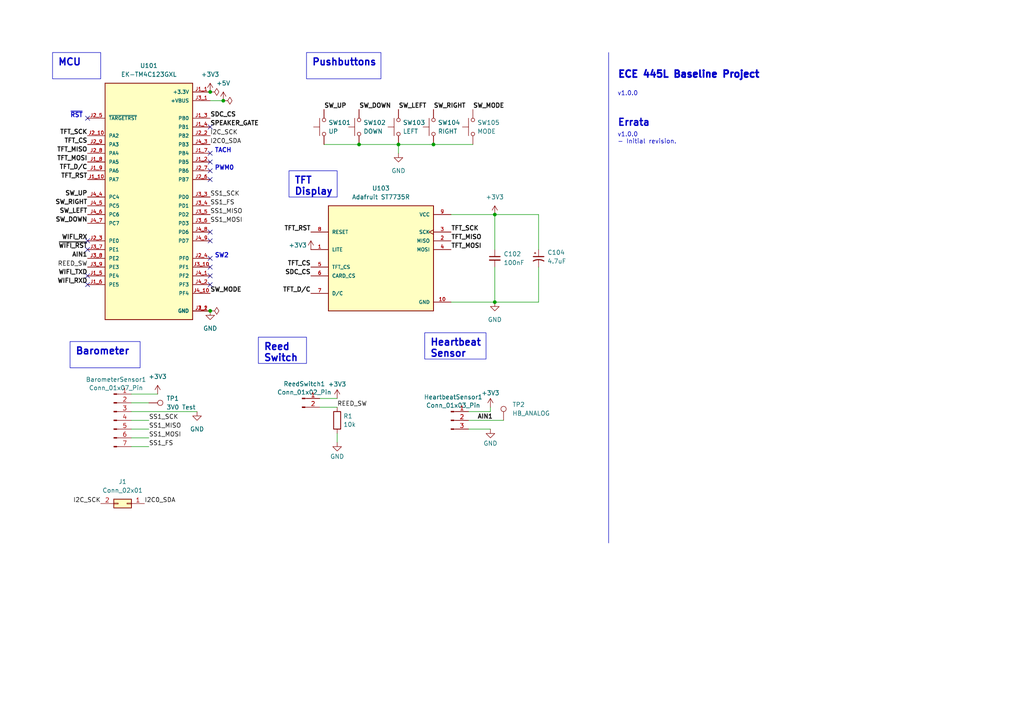
<source format=kicad_sch>
(kicad_sch (version 20230121) (generator eeschema)
  (paper "A4")
  (title_block (title "ECE 445L Baseline Project") (date "2023-08-25") (rev "v1.0.0") (company "The University of Texas at Austin"))
  (lib_symbols
    (symbol "Connector:Conn_01x02_Pin" (pin_names (offset 1.016) hide)
      (property "Reference" "J" (at 0 2.54 0))
      (property "Value" "Conn_01x02_Pin" (at 0 -5.08 0))
      (symbol "Conn_01x02_Pin_1_1"
        (polyline (pts (xy 1.27 -2.54) (xy 0.8636 -2.54)) (stroke (width 0.1524)))
        (polyline (pts (xy 1.27 0) (xy 0.8636 0)) (stroke (width 0.1524)))
        (rectangle (start 0.8636 -2.413) (end 0 -2.667) (stroke (width 0.1524)) (fill (type outline)))
        (rectangle (start 0.8636 0.127) (end 0 -0.127) (stroke (width 0.1524)) (fill (type outline)))
        (pin passive line (at 5.08 0 180) (length 3.81) (name "Pin_1") (number "1"))
        (pin passive line (at 5.08 -2.54 180) (length 3.81) (name "Pin_2") (number "2"))
      )
    )
    (symbol "Connector:Conn_01x03_Pin" (pin_names (offset 1.016) hide)
      (property "Reference" "J" (at 0 5.08 0))
      (property "Value" "Conn_01x03_Pin" (at 0 -5.08 0))
      (symbol "Conn_01x03_Pin_1_1"
        (polyline (pts (xy 1.27 -2.54) (xy 0.8636 -2.54)) (stroke (width 0.1524)))
        (polyline (pts (xy 1.27 0) (xy 0.8636 0)) (stroke (width 0.1524)))
        (polyline (pts (xy 1.27 2.54) (xy 0.8636 2.54)) (stroke (width 0.1524)))
        (rectangle (start 0.8636 -2.413) (end 0 -2.667) (stroke (width 0.1524)) (fill (type outline)))
        (rectangle (start 0.8636 0.127) (end 0 -0.127) (stroke (width 0.1524)) (fill (type outline)))
        (rectangle (start 0.8636 2.667) (end 0 2.413) (stroke (width 0.1524)) (fill (type outline)))
        (pin passive line (at 5.08 2.54 180) (length 3.81) (name "Pin_1") (number "1"))
        (pin passive line (at 5.08 0 180) (length 3.81) (name "Pin_2") (number "2"))
        (pin passive line (at 5.08 -2.54 180) (length 3.81) (name "Pin_3") (number "3"))
      )
    )
    (symbol "Connector:Conn_01x07_Pin" (pin_names (offset 1.016) hide)
      (property "Reference" "J" (at 0 10.16 0))
      (property "Value" "Conn_01x07_Pin" (at 0 -10.16 0))
      (symbol "Conn_01x07_Pin_1_1"
        (polyline (pts (xy 1.27 -7.62) (xy 0.8636 -7.62)) (stroke (width 0.1524)))
        (polyline (pts (xy 1.27 -5.08) (xy 0.8636 -5.08)) (stroke (width 0.1524)))
        (polyline (pts (xy 1.27 -2.54) (xy 0.8636 -2.54)) (stroke (width 0.1524)))
        (polyline (pts (xy 1.27 0) (xy 0.8636 0)) (stroke (width 0.1524)))
        (polyline (pts (xy 1.27 2.54) (xy 0.8636 2.54)) (stroke (width 0.1524)))
        (polyline (pts (xy 1.27 5.08) (xy 0.8636 5.08)) (stroke (width 0.1524)))
        (polyline (pts (xy 1.27 7.62) (xy 0.8636 7.62)) (stroke (width 0.1524)))
        (rectangle (start 0.8636 -7.493) (end 0 -7.747) (stroke (width 0.1524)) (fill (type outline)))
        (rectangle (start 0.8636 -4.953) (end 0 -5.207) (stroke (width 0.1524)) (fill (type outline)))
        (rectangle (start 0.8636 -2.413) (end 0 -2.667) (stroke (width 0.1524)) (fill (type outline)))
        (rectangle (start 0.8636 0.127) (end 0 -0.127) (stroke (width 0.1524)) (fill (type outline)))
        (rectangle (start 0.8636 2.667) (end 0 2.413) (stroke (width 0.1524)) (fill (type outline)))
        (rectangle (start 0.8636 5.207) (end 0 4.953) (stroke (width 0.1524)) (fill (type outline)))
        (rectangle (start 0.8636 7.747) (end 0 7.493) (stroke (width 0.1524)) (fill (type outline)))
        (pin passive line (at 5.08 7.62 180) (length 3.81) (name "Pin_1") (number "1"))
        (pin passive line (at 5.08 5.08 180) (length 3.81) (name "Pin_2") (number "2"))
        (pin passive line (at 5.08 2.54 180) (length 3.81) (name "Pin_3") (number "3"))
        (pin passive line (at 5.08 0 180) (length 3.81) (name "Pin_4") (number "4"))
        (pin passive line (at 5.08 -2.54 180) (length 3.81) (name "Pin_5") (number "5"))
        (pin passive line (at 5.08 -5.08 180) (length 3.81) (name "Pin_6") (number "6"))
        (pin passive line (at 5.08 -7.62 180) (length 3.81) (name "Pin_7") (number "7"))
      )
    )
    (symbol "Connector:TestPoint" (pin_numbers hide) (pin_names (offset 0.762) hide)
      (property "Reference" "TP" (at 0 6.858 0))
      (property "Value" "TestPoint" (at 0 5.08 0))
      (symbol "TestPoint_0_1"
        (circle (center 0 3.302) (radius 0.762))
      )
      (symbol "TestPoint_1_1"
        (pin passive line (at 0 0 90) (length 2.54) (name "1") (number "1"))
      )
    )
    (symbol "Connector_Generic:Conn_02x01" (pin_names (offset 1.016) hide)
      (property "Reference" "J" (at 1.27 2.54 0))
      (property "Value" "Conn_02x01" (at 1.27 -2.54 0))
      (symbol "Conn_02x01_1_1"
        (rectangle (start -1.27 0.127) (end 0 -0.127) (stroke (width 0.1524)))
        (rectangle (start -1.27 1.27) (end 3.81 -1.27) (stroke (width 0.254)) (fill (type background)))
        (rectangle (start 3.81 0.127) (end 2.54 -0.127) (stroke (width 0.1524)))
        (pin passive line (at -5.08 0 0) (length 3.81) (name "Pin_1") (number "1"))
        (pin passive line (at 7.62 0 180) (length 3.81) (name "Pin_2") (number "2"))
      )
    )
    (symbol "Device:C_Polarized_Small_US" (pin_numbers hide) (pin_names (offset 0.254) hide)
      (property "Reference" "C" (at 0.254 1.778 0))
      (property "Value" "C_Polarized_Small_US" (at 0.254 -2.032 0))
      (symbol "C_Polarized_Small_US_0_1"
        (polyline (pts (xy -1.524 0.508) (xy 1.524 0.508)) (stroke (width 0.3048)))
        (polyline (pts (xy -1.27 1.524) (xy -0.762 1.524)))
        (polyline (pts (xy -1.016 1.27) (xy -1.016 1.778)))
        (arc (start 1.524 -0.762) (mid 0 -0.3734) (end -1.524 -0.762) (stroke (width 0.3048)))
      )
      (symbol "C_Polarized_Small_US_1_1"
        (pin passive line (at 0 2.54 270) (length 2.032) (name "~") (number "1"))
        (pin passive line (at 0 -2.54 90) (length 2.032) (name "~") (number "2"))
      )
    )
    (symbol "Device:C_Small" (pin_numbers hide) (pin_names (offset 0.254) hide)
      (property "Reference" "C" (at 0.254 1.778 0))
      (property "Value" "C_Small" (at 0.254 -2.032 0))
      (symbol "C_Small_0_1"
        (polyline (pts (xy -1.524 -0.508) (xy 1.524 -0.508)) (stroke (width 0.3302)))
        (polyline (pts (xy -1.524 0.508) (xy 1.524 0.508)) (stroke (width 0.3048)))
      )
      (symbol "C_Small_1_1"
        (pin passive line (at 0 2.54 270) (length 2.032) (name "~") (number "1"))
        (pin passive line (at 0 -2.54 90) (length 2.032) (name "~") (number "2"))
      )
    )
    (symbol "Device:R" (pin_numbers hide) (pin_names (offset 0))
      (property "Reference" "R" (at 2.032 0 90))
      (property "Value" "R" (at 0 0 90))
      (symbol "R_0_1"
        (rectangle (start -1.016 -2.54) (end 1.016 2.54) (stroke (width 0.254)))
      )
      (symbol "R_1_1"
        (pin passive line (at 0 3.81 270) (length 1.27) (name "~") (number "1"))
        (pin passive line (at 0 -3.81 90) (length 1.27) (name "~") (number "2"))
      )
    )
    (symbol "Switch:SW_Push" (pin_numbers hide) (pin_names (offset 1.016) hide)
      (property "Reference" "SW" (at 1.27 2.54 0))
      (property "Value" "SW_Push" (at 0 -1.524 0))
      (symbol "SW_Push_0_1"
        (circle (center -2.032 0) (radius 0.508))
        (polyline (pts (xy 0 1.27) (xy 0 3.048)))
        (polyline (pts (xy 2.54 1.27) (xy -2.54 1.27)))
        (circle (center 2.032 0) (radius 0.508))
        (pin passive line (at -5.08 0 0) (length 2.54) (name "1") (number "1"))
        (pin passive line (at 5.08 0 180) (length 2.54) (name "2") (number "2"))
      )
    )
    (symbol "adafruit_st7735r:Adafruit ST7735R" (pin_names (offset 1.016))
      (property "Reference" "U?" (at -15.24 16.002 0))
      (property "Value" "Adafruit ST7735R" (at -15.24 -17.78 0))
      (symbol "Adafruit ST7735R_0_0"
        (rectangle (start -15.24 -15.24) (end 15.24 15.24) (stroke (width 0.254)) (fill (type background)))
        (pin input line (at -20.32 2.54 0) (length 5.08) (name "LITE") (number "1"))
        (pin power_in line (at 20.32 -12.7 180) (length 5.08) (name "GND") (number "10"))
        (pin output line (at 20.32 5.08 180) (length 5.08) (name "MISO") (number "2"))
        (pin input clock (at 20.32 7.62 180) (length 5.08) (name "SCK") (number "3"))
        (pin input line (at 20.32 2.54 180) (length 5.08) (name "MOSI") (number "4"))
        (pin input line (at -20.32 -2.54 0) (length 5.08) (name "TFT_CS") (number "5"))
        (pin input line (at -20.32 -5.08 0) (length 5.08) (name "CARD_CS") (number "6"))
        (pin input line (at -20.32 -10.16 0) (length 5.08) (name "D/C") (number "7"))
        (pin input line (at -20.32 7.62 0) (length 5.08) (name "RESET") (number "8"))
        (pin power_in line (at 20.32 12.7 180) (length 5.08) (name "VCC") (number "9"))
      )
    )
    (symbol "power:+3V3" (power) (pin_names (offset 0))
      (property "Value" "+3V3" (at 0 3.556 0))
      (symbol "+3V3_0_1"
        (polyline (pts (xy -0.762 1.27) (xy 0 2.54)))
        (polyline (pts (xy 0 0) (xy 0 2.54)))
        (polyline (pts (xy 0 2.54) (xy 0.762 1.27)))
      )
      (symbol "+3V3_1_1"
        (pin power_in line (at 0 0 90) (length 0) hide (name "+3V3") (number "1"))
      )
    )
    (symbol "power:+5V" (power) (pin_names (offset 0))
      (property "Value" "+5V" (at 0 3.556 0))
      (symbol "+5V_0_1"
        (polyline (pts (xy -0.762 1.27) (xy 0 2.54)))
        (polyline (pts (xy 0 0) (xy 0 2.54)))
        (polyline (pts (xy 0 2.54) (xy 0.762 1.27)))
      )
      (symbol "+5V_1_1"
        (pin power_in line (at 0 0 90) (length 0) hide (name "+5V") (number "1"))
      )
    )
    (symbol "power:GND" (power) (pin_names (offset 0))
      (property "Value" "GND" (at 0 -3.81 0))
      (symbol "GND_0_1"
        (polyline (pts (xy 0 0) (xy 0 -1.27) (xy 1.27 -1.27) (xy 0 -2.54) (xy -1.27 -1.27) (xy 0 -1.27)))
      )
      (symbol "GND_1_1"
        (pin power_in line (at 0 0 270) (length 0) hide (name "GND") (number "1"))
      )
    )
    (symbol "power:PWR_FLAG" (power) (pin_numbers hide) (pin_names (offset 0) hide)
      (property "Value" "PWR_FLAG" (at 0 3.81 0))
      (symbol "PWR_FLAG_0_0"
        (pin power_out line (at 0 0 90) (length 0) (name "pwr") (number "1"))
      )
      (symbol "PWR_FLAG_0_1"
        (polyline (pts (xy 0 0) (xy 0 1.27) (xy -1.016 1.905) (xy 0 2.54) (xy 1.016 1.905) (xy 0 1.27)))
      )
    )
    (symbol "ti_EKTM4C123GXL:EK-TM4C123GXL" (pin_names (offset 1.016))
      (property "Reference" "U?" (at -12.7367 34.3099 0))
      (property "Value" "EK-TM4C123GXL" (at -12.7129 -38.1075 0))
      (symbol "EK-TM4C123GXL_0_0"
        (rectangle (start -12.7 -35.56) (end 12.7 33.02) (stroke (width 0.254)) (fill (type background)))
        (pin power_in line (at 17.78 30.48 180) (length 5.08) (name "+3.3V") (number "J1_1"))
        (pin bidirectional line (at -17.78 5.08 0) (length 5.08) (name "PA7") (number "J1_10"))
        (pin bidirectional line (at 17.78 10.16 180) (length 5.08) (name "PB5") (number "J1_2"))
        (pin bidirectional line (at 17.78 22.86 180) (length 5.08) (name "PB0") (number "J1_3"))
        (pin bidirectional line (at 17.78 20.32 180) (length 5.08) (name "PB1") (number "J1_4"))
        (pin bidirectional line (at -17.78 -22.86 0) (length 5.08) (name "PE4") (number "J1_5"))
        (pin bidirectional line (at -17.78 -25.4 0) (length 5.08) (name "PE5") (number "J1_6"))
        (pin bidirectional line (at 17.78 12.7 180) (length 5.08) (name "PB4") (number "J1_7"))
        (pin bidirectional line (at -17.78 10.16 0) (length 5.08) (name "PA5") (number "J1_8"))
        (pin bidirectional line (at -17.78 7.62 0) (length 5.08) (name "PA6") (number "J1_9"))
        (pin power_in line (at 17.78 -33.02 180) (length 5.08) (name "GND") (number "J2_1"))
        (pin bidirectional line (at -17.78 17.78 0) (length 5.08) (name "PA2") (number "J2_10"))
        (pin bidirectional line (at 17.78 17.78 180) (length 5.08) (name "PB2") (number "J2_2"))
        (pin bidirectional line (at -17.78 -12.7 0) (length 5.08) (name "PE0") (number "J2_3"))
        (pin bidirectional line (at 17.78 -17.78 180) (length 5.08) (name "PF0") (number "J2_4"))
        (pin input line (at -17.78 22.86 0) (length 5.08) (name "~{TARGETRST}") (number "J2_5"))
        (pin bidirectional line (at 17.78 5.08 180) (length 5.08) (name "PB7") (number "J2_6"))
        (pin bidirectional line (at 17.78 7.62 180) (length 5.08) (name "PB6") (number "J2_7"))
        (pin bidirectional line (at -17.78 12.7 0) (length 5.08) (name "PA4") (number "J2_8"))
        (pin bidirectional line (at -17.78 15.24 0) (length 5.08) (name "PA3") (number "J2_9"))
        (pin power_in line (at 17.78 27.94 180) (length 5.08) (name "+VBUS") (number "J3_1"))
        (pin bidirectional line (at 17.78 -20.32 180) (length 5.08) (name "PF1") (number "J3_10"))
        (pin power_in line (at 17.78 -33.02 180) (length 5.08) (name "GND") (number "J3_2"))
        (pin bidirectional line (at 17.78 0 180) (length 5.08) (name "PD0") (number "J3_3"))
        (pin bidirectional line (at 17.78 -2.54 180) (length 5.08) (name "PD1") (number "J3_4"))
        (pin bidirectional line (at 17.78 -5.08 180) (length 5.08) (name "PD2") (number "J3_5"))
        (pin bidirectional line (at 17.78 -7.62 180) (length 5.08) (name "PD3") (number "J3_6"))
        (pin bidirectional line (at -17.78 -15.24 0) (length 5.08) (name "PE1") (number "J3_7"))
        (pin bidirectional line (at -17.78 -17.78 0) (length 5.08) (name "PE2") (number "J3_8"))
        (pin bidirectional line (at -17.78 -20.32 0) (length 5.08) (name "PE3") (number "J3_9"))
        (pin bidirectional line (at 17.78 -22.86 180) (length 5.08) (name "PF2") (number "J4_1"))
        (pin bidirectional line (at 17.78 -27.94 180) (length 5.08) (name "PF4") (number "J4_10"))
        (pin bidirectional line (at 17.78 -25.4 180) (length 5.08) (name "PF3") (number "J4_2"))
        (pin bidirectional line (at 17.78 15.24 180) (length 5.08) (name "PB3") (number "J4_3"))
        (pin bidirectional line (at -17.78 0 0) (length 5.08) (name "PC4") (number "J4_4"))
        (pin bidirectional line (at -17.78 -2.54 0) (length 5.08) (name "PC5") (number "J4_5"))
        (pin bidirectional line (at -17.78 -5.08 0) (length 5.08) (name "PC6") (number "J4_6"))
        (pin bidirectional line (at -17.78 -7.62 0) (length 5.08) (name "PC7") (number "J4_7"))
        (pin bidirectional line (at 17.78 -10.16 180) (length 5.08) (name "PD6") (number "J4_8"))
        (pin bidirectional line (at 17.78 -12.7 180) (length 5.08) (name "PD7") (number "J4_9"))
      )
    )
  )
  (junction (at 60.96 26.67))
  (junction (at 115.57 41.91))
  (junction (at 143.51 87.63))
  (junction (at 60.96 90.17))
  (junction (at 143.51 62.23))
  (junction (at 104.14 41.91))
  (junction (at 125.73 41.91))
  (junction (at 64.77 29.21))
  (no_connect (at 60.96 49.53))
  (no_connect (at 60.96 77.47))
  (no_connect (at 25.4 72.39))
  (no_connect (at 25.4 69.85))
  (no_connect (at 60.96 36.83))
  (no_connect (at 60.96 44.45))
  (no_connect (at 25.4 80.01))
  (no_connect (at 25.4 34.29))
  (no_connect (at 60.96 46.99))
  (no_connect (at 25.4 82.55))
  (no_connect (at 60.96 82.55))
  (no_connect (at 60.96 74.93))
  (no_connect (at 60.96 80.01))
  (no_connect (at 60.96 69.85))
  (no_connect (at 60.96 67.31))
  (no_connect (at 60.96 52.07))
  (wire (pts (xy 143.51 87.63) (xy 130.81 87.63)))
  (wire (pts (xy 38.1 116.84) (xy 43.18 116.84)))
  (wire (pts (xy 156.21 87.63) (xy 143.51 87.63)))
  (wire (pts (xy 115.57 41.91) (xy 115.57 44.45)))
  (wire (pts (xy 93.98 41.91) (xy 104.14 41.91)))
  (wire (pts (xy 38.1 119.38) (xy 57.15 119.38)))
  (wire (pts (xy 156.21 62.23) (xy 143.51 62.23)))
  (wire (pts (xy 92.71 115.57) (xy 97.79 115.57)))
  (wire (pts (xy 143.51 77.47) (xy 143.51 87.63)))
  (wire (pts (xy 92.71 118.11) (xy 97.79 118.11)))
  (wire (pts (xy 143.51 62.23) (xy 143.51 72.39)))
  (wire (pts (xy 38.1 114.3) (xy 45.72 114.3)))
  (wire (pts (xy 156.21 77.47) (xy 156.21 87.63)))
  (wire (pts (xy 104.14 41.91) (xy 115.57 41.91)))
  (wire (pts (xy 60.96 29.21) (xy 64.77 29.21)))
  (polyline (pts (xy 176.53 15.24) (xy 176.53 157.48)))
  (wire (pts (xy 97.79 125.73) (xy 97.79 128.27)))
  (wire (pts (xy 142.24 118.11) (xy 142.24 119.38)))
  (wire (pts (xy 125.73 41.91) (xy 137.16 41.91)))
  (wire (pts (xy 38.1 129.54) (xy 43.18 129.54)))
  (wire (pts (xy 38.1 127) (xy 43.18 127)))
  (wire (pts (xy 135.89 121.92) (xy 146.05 121.92)))
  (wire (pts (xy 38.1 124.46) (xy 43.18 124.46)))
  (wire (pts (xy 135.89 119.38) (xy 142.24 119.38)))
  (wire (pts (xy 115.57 41.91) (xy 125.73 41.91)))
  (wire (pts (xy 38.1 121.92) (xy 43.18 121.92)))
  (wire (pts (xy 135.89 124.46) (xy 142.24 124.46)))
  (wire (pts (xy 156.21 72.39) (xy 156.21 62.23)))
  (wire (pts (xy 130.81 62.23) (xy 143.51 62.23)))
  (text_box "MCU" (at 15.24 15.24 0) (size 13.97 7.62) (effects (font (size 2 2) (thickness 0.4) bold) (justify left top)))
  (text_box "Heartbeat Sensor\n" (at 123.19 96.52 0) (size 17.78 7.62) (effects (font (size 2 2) (thickness 0.4) bold) (justify left top)))
  (text_box "Pushbuttons" (at 88.9 15.24 0) (size 21.59 7.62) (effects (font (size 2 2) (thickness 0.4) bold) (justify left top)))
  (text_box "TFT Display" (at 83.82 49.53 0) (size 13.97 7.62) (effects (font (size 2 2) (thickness 0.4) bold) (justify left top)))
  (text_box "Barometer\n" (at 20.32 99.06 0) (size 20.32 7.62) (effects (font (size 2 2) (thickness 0.4) bold) (justify left top)))
  (text_box "Reed Switch\n" (at 74.93 97.79 0) (size 13.97 7.62) (effects (font (size 2 2) (thickness 0.4) bold) (justify left top)))
  (text "v1.0.0\n- Initial revision." (at 179.07 41.91 0) (effects (font (size 1.27 1.27)) (justify left bottom)))
  (text "~{RST}" (at 20.32 34.29 0) (effects (font (size 1.27 1.27) bold) (justify left bottom)))
  (text "PWM0" (at 62.23 49.53 0) (effects (font (size 1.27 1.27) bold) (justify left bottom)))
  (text "TACH" (at 62.23 44.45 0) (effects (font (size 1.27 1.27) bold) (justify left bottom)))
  (text "ECE 445L Baseline Project" (at 179.07 22.86 0) (effects (font (size 2 2) (thickness 0.6) bold) (justify left bottom)))
  (text "v1.0.0" (at 179.07 27.94 0) (effects (font (size 1.27 1.27)) (justify left bottom)))
  (text "Errata" (at 179.07 36.83 0) (effects (font (size 2 2) (thickness 0.4) bold) (justify left bottom)))
  (text "SW2" (at 62.23 74.93 0) (effects (font (size 1.27 1.27) bold) (justify left bottom)))
  (label "SS1_MOSI" (at 43.18 127 0))
  (label "SS1_SCK" (at 60.96 57.15 0))
  (label "SDC_CS" (at 60.96 34.29 0) (effects (font bold)))
  (label "SS1_MOSI" (at 60.96 64.77 0))
  (label "TFT_SCK" (at 25.4 39.37 180) (effects (font bold)))
  (label "I2C_SCK" (at 60.96 39.37 0))
  (label "SPEAKER_GATE" (at 60.96 36.83 0) (effects (font bold)))
  (label "TFT_CS" (at 90.17 77.47 180) (effects (font bold)))
  (label "SW_RIGHT" (at 25.4 59.69 180) (effects (font bold)))
  (label "SW_MODE" (at 60.96 85.09 0) (effects (font bold)))
  (label "SDC_CS" (at 90.17 80.01 180) (effects (font bold)))
  (label "SW_LEFT" (at 25.4 62.23 180) (effects (font bold)))
  (label "SS1_SCK" (at 43.18 121.92 0))
  (label "AIN1" (at 25.4 74.93 180) (effects (font (thickness 0.254) bold)))
  (label "WIFI_RX" (at 25.4 69.85 180) (effects (font bold)))
  (label "SW_MODE" (at 137.16 31.75 0) (effects (font bold)))
  (label "TFT_MISO" (at 130.81 69.85 0) (effects (font bold)))
  (label "SW_RIGHT" (at 125.73 31.75 0) (effects (font bold)))
  (label "SS1_FS" (at 43.18 129.54 0))
  (label "WIFI_RXD" (at 25.4 82.55 180) (effects (font bold)))
  (label "TFT_SCK" (at 130.81 67.31 0) (effects (font bold)))
  (label "TFT_MOSI" (at 130.81 72.39 0) (effects (font bold)))
  (label "WIFI_TXD" (at 25.4 80.01 180) (effects (font bold)))
  (label "~{WIFI_RST}" (at 25.4 72.39 180) (effects (font bold)))
  (label "REED_SW" (at 25.4 77.47 180))
  (label "SS1_FS" (at 60.96 59.69 0))
  (label "I2C_SCK" (at 29.21 146.05 180))
  (label "TFT_D{slash}C" (at 25.4 49.53 180) (effects (font bold)))
  (label "TFT_RST" (at 90.17 67.31 180) (effects (font bold)))
  (label "SW_LEFT" (at 115.57 31.75 0) (effects (font bold)))
  (label "SS1_MISO" (at 60.96 62.23 0))
  (label "TFT_MOSI" (at 25.4 46.99 180) (effects (font bold)))
  (label "SW_DOWN" (at 104.14 31.75 0) (effects (font bold)))
  (label "TFT_MISO" (at 25.4 44.45 180) (effects (font bold)))
  (label "SS1_MISO" (at 43.18 124.46 0))
  (label "SW_DOWN" (at 25.4 64.77 180) (effects (font bold)))
  (label "TFT_RST" (at 25.4 52.07 180) (effects (font bold)))
  (label "TFT_D{slash}C" (at 90.17 85.09 180) (effects (font bold)))
  (label "SW_UP" (at 93.98 31.75 0) (effects (font bold)))
  (label "AIN1" (at 138.43 121.92 0) (effects (font bold)))
  (label "SW_UP" (at 25.4 57.15 180) (effects (font bold)))
  (label "REED_SW" (at 97.79 118.11 0))
  (label "TFT_CS" (at 25.4 41.91 180) (effects (font bold)))
  (label "I2C0_SDA" (at 60.96 41.91 0))
  (label "I2C0_SDA" (at 41.91 146.05 0))
  (symbol (lib_id "power:+3V3") (at 143.51 62.23 0) (unit 1)
    (property "Reference" "#PWR0109" (effects hide))
    (property "Value" "+3V3" (at 143.51 57.15 0))
  )
  (symbol (lib_id "power:+3V3") (at 97.79 115.57 0) (unit 1)
    (property "Reference" "#PWR04" (effects hide))
    (property "Value" "+3V3" (at 97.79 111.4369 0))
  )
  (symbol (lib_id "power:GND") (at 97.79 128.27 0) (unit 1)
    (property "Reference" "#PWR03" (effects hide))
    (property "Value" "GND" (at 97.79 132.4031 0))
  )
  (symbol (lib_id "power:PWR_FLAG") (at 60.96 90.17 270) (unit 1)
    (property "Reference" "#FLG0102" (effects hide))
    (property "Value" "PWR_FLAG" (effects hide))
  )
  (symbol (lib_id "ti_EKTM4C123GXL:EK-TM4C123GXL") (at 43.18 57.15 0) (unit 1)
    (property "Reference" "U101" (at 43.18 19.05 0))
    (property "Value" "EK-TM4C123GXL" (at 43.18 21.59 0))
    (property "Footprint" "footprints:ti_EKTM4C123GXL" (effects hide))
    (property "Datasheet" "https://www.ti.com/lit/ds/symlink/tm4c123gh6pm.pdf?ts=1693244962384&ref_url=https%253A%252F%252Fwww.google.com%252F" (effects hide))
    (property "Distributor" "Mouser" (effects hide))
    (property "Manufacturer" "Texas Instruments" (effects hide))
    (property "P/N" "EK-TM4C123GXL" (effects hide))
    (property "Cost" "22.60" (effects hide))
  )
  (symbol (lib_id "Device:C_Small") (at 143.51 74.93 0) (unit 1)
    (property "Reference" "C102" (at 146.05 73.6663 0) (effects (justify left)))
    (property "Value" "100nF" (at 146.05 76.2063 0) (effects (justify left)))
    (property "Footprint" "Capacitor_THT:C_Axial_L5.1mm_D3.1mm_P15.00mm_Horizontal" (effects hide))
  )
  (symbol (lib_id "power:PWR_FLAG") (at 64.77 29.21 270) (unit 1)
    (property "Reference" "#FLG0103" (effects hide))
    (property "Value" "PWR_FLAG" (effects hide))
  )
  (symbol (lib_id "Switch:SW_Push") (at 93.98 36.83 90) (unit 1)
    (property "Reference" "SW101" (at 95.25 35.56 90) (effects (justify right)))
    (property "Value" "UP" (at 95.25 38.1 90) (effects (justify right)))
    (property "Footprint" "Button_Switch_THT:SW_PUSH_6mm" (effects hide))
  )
  (symbol (lib_id "Connector:Conn_01x02_Pin") (at 87.63 115.57 0) (unit 1)
    (property "Reference" "ReedSwitch1" (at 88.265 111.3495 0))
    (property "Value" "Conn_01x02_Pin" (at 88.265 113.7737 0))
    (property "Footprint" "Connector_PinHeader_2.54mm:PinHeader_1x02_P2.54mm_Vertical" (effects hide))
  )
  (symbol (lib_id "adafruit_st7735r:Adafruit ST7735R") (at 110.49 74.93 0) (unit 1)
    (property "Reference" "U103" (at 110.49 54.61 0))
    (property "Value" "Adafruit ST7735R" (at 110.49 57.15 0))
    (property "Footprint" "footprints:adafruit_st7735r" (effects hide))
    (property "Datasheet" "https://www.mouser.com/datasheet/2/737/ST7735R_V0_2-2489618.pdf" (effects hide))
    (property "Distributor" "Mouser" (effects hide))
    (property "Manufacturer" "Adafruit" (effects hide))
    (property "P/N" "358" (effects hide))
    (property "Cost" "19.95" (effects hide))
  )
  (symbol (lib_id "power:+5V") (at 64.77 29.21 0) (unit 1)
    (property "Reference" "#PWR0105" (effects hide))
    (property "Value" "+5V" (at 64.77 24.13 0))
  )
  (symbol (lib_id "power:GND") (at 115.57 44.45 0) (unit 1)
    (property "Reference" "#PWR0107" (effects hide))
    (property "Value" "GND" (at 115.57 49.53 0))
  )
  (symbol (lib_id "Connector_Generic:Conn_02x01") (at 36.83 146.05 180) (unit 1)
    (property "Reference" "J1" (at 35.56 139.7 0))
    (property "Value" "Conn_02x01" (at 35.56 142.24 0))
    (property "Footprint" "Connector_PinHeader_2.54mm:PinHeader_1x02_P2.54mm_Vertical" (effects hide))
  )
  (symbol (lib_id "power:GND") (at 143.51 87.63 0) (unit 1)
    (property "Reference" "#PWR0110" (effects hide))
    (property "Value" "GND" (at 143.51 92.71 0))
  )
  (symbol (lib_id "Switch:SW_Push") (at 104.14 36.83 90) (unit 1)
    (property "Reference" "SW102" (at 105.41 35.56 90) (effects (justify right)))
    (property "Value" "DOWN" (at 105.41 38.1 90) (effects (justify right)))
    (property "Footprint" "Button_Switch_THT:SW_PUSH_6mm" (effects hide))
  )
  (symbol (lib_id "Connector:Conn_01x03_Pin") (at 130.81 121.92 0) (unit 1)
    (property "Reference" "HeartbeatSensor1" (at 131.445 115.1595 0))
    (property "Value" "Conn_01x03_Pin" (at 131.445 117.5837 0))
    (property "Footprint" "Connector_PinHeader_2.54mm:PinHeader_1x03_P2.54mm_Vertical" (effects hide))
  )
  (symbol (lib_id "Connector:TestPoint") (at 43.18 116.84 270) (unit 1)
    (property "Reference" "TP1" (at 48.26 115.57 90) (effects (justify left)))
    (property "Value" "3V0 Test" (at 48.26 118.11 90) (effects (justify left)))
    (property "Footprint" "TestPoint:TestPoint_Pad_D1.0mm" (effects hide))
  )
  (symbol (lib_id "Switch:SW_Push") (at 115.57 36.83 90) (unit 1)
    (property "Reference" "SW103" (at 116.84 35.56 90) (effects (justify right)))
    (property "Value" "LEFT" (at 116.84 38.1 90) (effects (justify right)))
    (property "Footprint" "Button_Switch_THT:SW_PUSH_6mm" (effects hide))
  )
  (symbol (lib_id "power:+3V3") (at 90.17 72.39 0) (unit 1)
    (property "Reference" "#PWR0106" (effects hide))
    (property "Value" "+3V3" (at 86.36 71.12 0))
  )
  (symbol (lib_id "Connector:Conn_01x07_Pin") (at 33.02 121.92 0) (unit 1)
    (property "Reference" "BarometerSensor1" (at 33.655 110.0795 0))
    (property "Value" "Conn_01x07_Pin" (at 33.655 112.5037 0))
    (property "Footprint" "Connector_PinHeader_2.54mm:PinHeader_1x07_P2.54mm_Vertical" (effects hide))
  )
  (symbol (lib_id "Switch:SW_Push") (at 125.73 36.83 90) (unit 1)
    (property "Reference" "SW104" (at 127 35.56 90) (effects (justify right)))
    (property "Value" "RIGHT" (at 127 38.1 90) (effects (justify right)))
    (property "Footprint" "Button_Switch_THT:SW_PUSH_6mm" (effects hide))
  )
  (symbol (lib_id "power:+3V3") (at 60.96 26.67 0) (unit 1)
    (property "Reference" "#PWR0103" (effects hide))
    (property "Value" "+3V3" (at 60.96 21.59 0))
  )
  (symbol (lib_id "Device:C_Polarized_Small_US") (at 156.21 74.93 0) (unit 1)
    (property "Reference" "C104" (at 158.75 73.2282 0) (effects (justify left)))
    (property "Value" "4.7uF" (at 158.75 75.7682 0) (effects (justify left)))
    (property "Footprint" "Capacitor_THT:CP_Axial_L10.0mm_D4.5mm_P15.00mm_Horizontal" (effects hide))
  )
  (symbol (lib_id "Switch:SW_Push") (at 137.16 36.83 90) (unit 1)
    (property "Reference" "SW105" (at 138.43 35.56 90) (effects (justify right)))
    (property "Value" "MODE" (at 138.43 38.1 90) (effects (justify right)))
    (property "Footprint" "Button_Switch_THT:SW_PUSH_6mm" (effects hide))
  )
  (symbol (lib_id "power:GND") (at 142.24 124.46 0) (unit 1)
    (property "Reference" "#PWR06" (effects hide))
    (property "Value" "GND" (at 142.24 128.5931 0))
  )
  (symbol (lib_id "power:PWR_FLAG") (at 60.96 26.67 270) (unit 1)
    (property "Reference" "#FLG0101" (effects hide))
    (property "Value" "PWR_FLAG" (effects hide))
  )
  (symbol (lib_id "power:+3V3") (at 142.24 118.11 0) (unit 1)
    (property "Reference" "#PWR05" (effects hide))
    (property "Value" "+3V3" (at 142.24 113.9769 0))
  )
  (symbol (lib_id "power:+3V3") (at 45.72 114.3 0) (unit 1)
    (property "Reference" "#PWR02" (effects hide))
    (property "Value" "+3V3" (at 45.72 109.22 0))
  )
  (symbol (lib_id "Connector:TestPoint") (at 146.05 121.92 0) (unit 1)
    (property "Reference" "TP2" (at 148.59 117.348 0) (effects (justify left)))
    (property "Value" "HB_ANALOG" (at 148.59 119.888 0) (effects (justify left)))
    (property "Footprint" "TestPoint:TestPoint_Pad_D1.0mm" (effects hide))
  )
  (symbol (lib_id "power:GND") (at 60.96 90.17 0) (unit 1)
    (property "Reference" "#PWR0104" (effects hide))
    (property "Value" "GND" (at 60.96 95.25 0))
  )
  (symbol (lib_id "Device:R") (at 97.79 121.92 0) (unit 1)
    (property "Reference" "R1" (at 99.568 120.7079 0) (effects (justify left)))
    (property "Value" "10k" (at 99.568 123.1321 0) (effects (justify left)))
    (property "Footprint" "Resistor_THT:R_Axial_DIN0204_L3.6mm_D1.6mm_P2.54mm_Vertical" (effects hide))
  )
  (symbol (lib_id "power:GND") (at 57.15 119.38 0) (unit 1)
    (property "Reference" "#PWR01" (effects hide))
    (property "Value" "GND" (at 57.15 124.46 0))
  )
)
</source>
